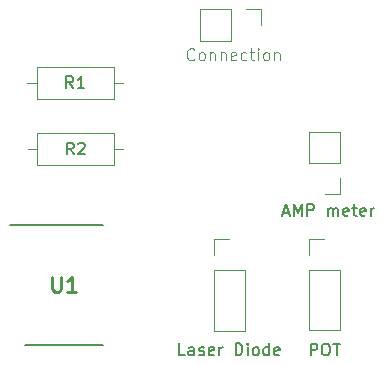
<source format=gbr>
%TF.GenerationSoftware,KiCad,Pcbnew,8.0.8*%
%TF.CreationDate,2025-02-27T22:52:23-05:00*%
%TF.ProjectId,CurrentDriverBoard,43757272-656e-4744-9472-69766572426f,rev?*%
%TF.SameCoordinates,Original*%
%TF.FileFunction,Legend,Top*%
%TF.FilePolarity,Positive*%
%FSLAX46Y46*%
G04 Gerber Fmt 4.6, Leading zero omitted, Abs format (unit mm)*
G04 Created by KiCad (PCBNEW 8.0.8) date 2025-02-27 22:52:23*
%MOMM*%
%LPD*%
G01*
G04 APERTURE LIST*
%ADD10C,0.100000*%
%ADD11C,0.150000*%
%ADD12C,0.254000*%
%ADD13C,0.120000*%
%ADD14C,0.200000*%
G04 APERTURE END LIST*
D10*
X153021312Y-68382580D02*
X152973693Y-68430200D01*
X152973693Y-68430200D02*
X152830836Y-68477819D01*
X152830836Y-68477819D02*
X152735598Y-68477819D01*
X152735598Y-68477819D02*
X152592741Y-68430200D01*
X152592741Y-68430200D02*
X152497503Y-68334961D01*
X152497503Y-68334961D02*
X152449884Y-68239723D01*
X152449884Y-68239723D02*
X152402265Y-68049247D01*
X152402265Y-68049247D02*
X152402265Y-67906390D01*
X152402265Y-67906390D02*
X152449884Y-67715914D01*
X152449884Y-67715914D02*
X152497503Y-67620676D01*
X152497503Y-67620676D02*
X152592741Y-67525438D01*
X152592741Y-67525438D02*
X152735598Y-67477819D01*
X152735598Y-67477819D02*
X152830836Y-67477819D01*
X152830836Y-67477819D02*
X152973693Y-67525438D01*
X152973693Y-67525438D02*
X153021312Y-67573057D01*
X153592741Y-68477819D02*
X153497503Y-68430200D01*
X153497503Y-68430200D02*
X153449884Y-68382580D01*
X153449884Y-68382580D02*
X153402265Y-68287342D01*
X153402265Y-68287342D02*
X153402265Y-68001628D01*
X153402265Y-68001628D02*
X153449884Y-67906390D01*
X153449884Y-67906390D02*
X153497503Y-67858771D01*
X153497503Y-67858771D02*
X153592741Y-67811152D01*
X153592741Y-67811152D02*
X153735598Y-67811152D01*
X153735598Y-67811152D02*
X153830836Y-67858771D01*
X153830836Y-67858771D02*
X153878455Y-67906390D01*
X153878455Y-67906390D02*
X153926074Y-68001628D01*
X153926074Y-68001628D02*
X153926074Y-68287342D01*
X153926074Y-68287342D02*
X153878455Y-68382580D01*
X153878455Y-68382580D02*
X153830836Y-68430200D01*
X153830836Y-68430200D02*
X153735598Y-68477819D01*
X153735598Y-68477819D02*
X153592741Y-68477819D01*
X154354646Y-67811152D02*
X154354646Y-68477819D01*
X154354646Y-67906390D02*
X154402265Y-67858771D01*
X154402265Y-67858771D02*
X154497503Y-67811152D01*
X154497503Y-67811152D02*
X154640360Y-67811152D01*
X154640360Y-67811152D02*
X154735598Y-67858771D01*
X154735598Y-67858771D02*
X154783217Y-67954009D01*
X154783217Y-67954009D02*
X154783217Y-68477819D01*
X155259408Y-67811152D02*
X155259408Y-68477819D01*
X155259408Y-67906390D02*
X155307027Y-67858771D01*
X155307027Y-67858771D02*
X155402265Y-67811152D01*
X155402265Y-67811152D02*
X155545122Y-67811152D01*
X155545122Y-67811152D02*
X155640360Y-67858771D01*
X155640360Y-67858771D02*
X155687979Y-67954009D01*
X155687979Y-67954009D02*
X155687979Y-68477819D01*
X156545122Y-68430200D02*
X156449884Y-68477819D01*
X156449884Y-68477819D02*
X156259408Y-68477819D01*
X156259408Y-68477819D02*
X156164170Y-68430200D01*
X156164170Y-68430200D02*
X156116551Y-68334961D01*
X156116551Y-68334961D02*
X156116551Y-67954009D01*
X156116551Y-67954009D02*
X156164170Y-67858771D01*
X156164170Y-67858771D02*
X156259408Y-67811152D01*
X156259408Y-67811152D02*
X156449884Y-67811152D01*
X156449884Y-67811152D02*
X156545122Y-67858771D01*
X156545122Y-67858771D02*
X156592741Y-67954009D01*
X156592741Y-67954009D02*
X156592741Y-68049247D01*
X156592741Y-68049247D02*
X156116551Y-68144485D01*
X157449884Y-68430200D02*
X157354646Y-68477819D01*
X157354646Y-68477819D02*
X157164170Y-68477819D01*
X157164170Y-68477819D02*
X157068932Y-68430200D01*
X157068932Y-68430200D02*
X157021313Y-68382580D01*
X157021313Y-68382580D02*
X156973694Y-68287342D01*
X156973694Y-68287342D02*
X156973694Y-68001628D01*
X156973694Y-68001628D02*
X157021313Y-67906390D01*
X157021313Y-67906390D02*
X157068932Y-67858771D01*
X157068932Y-67858771D02*
X157164170Y-67811152D01*
X157164170Y-67811152D02*
X157354646Y-67811152D01*
X157354646Y-67811152D02*
X157449884Y-67858771D01*
X157735599Y-67811152D02*
X158116551Y-67811152D01*
X157878456Y-67477819D02*
X157878456Y-68334961D01*
X157878456Y-68334961D02*
X157926075Y-68430200D01*
X157926075Y-68430200D02*
X158021313Y-68477819D01*
X158021313Y-68477819D02*
X158116551Y-68477819D01*
X158449885Y-68477819D02*
X158449885Y-67811152D01*
X158449885Y-67477819D02*
X158402266Y-67525438D01*
X158402266Y-67525438D02*
X158449885Y-67573057D01*
X158449885Y-67573057D02*
X158497504Y-67525438D01*
X158497504Y-67525438D02*
X158449885Y-67477819D01*
X158449885Y-67477819D02*
X158449885Y-67573057D01*
X159068932Y-68477819D02*
X158973694Y-68430200D01*
X158973694Y-68430200D02*
X158926075Y-68382580D01*
X158926075Y-68382580D02*
X158878456Y-68287342D01*
X158878456Y-68287342D02*
X158878456Y-68001628D01*
X158878456Y-68001628D02*
X158926075Y-67906390D01*
X158926075Y-67906390D02*
X158973694Y-67858771D01*
X158973694Y-67858771D02*
X159068932Y-67811152D01*
X159068932Y-67811152D02*
X159211789Y-67811152D01*
X159211789Y-67811152D02*
X159307027Y-67858771D01*
X159307027Y-67858771D02*
X159354646Y-67906390D01*
X159354646Y-67906390D02*
X159402265Y-68001628D01*
X159402265Y-68001628D02*
X159402265Y-68287342D01*
X159402265Y-68287342D02*
X159354646Y-68382580D01*
X159354646Y-68382580D02*
X159307027Y-68430200D01*
X159307027Y-68430200D02*
X159211789Y-68477819D01*
X159211789Y-68477819D02*
X159068932Y-68477819D01*
X159830837Y-67811152D02*
X159830837Y-68477819D01*
X159830837Y-67906390D02*
X159878456Y-67858771D01*
X159878456Y-67858771D02*
X159973694Y-67811152D01*
X159973694Y-67811152D02*
X160116551Y-67811152D01*
X160116551Y-67811152D02*
X160211789Y-67858771D01*
X160211789Y-67858771D02*
X160259408Y-67954009D01*
X160259408Y-67954009D02*
X160259408Y-68477819D01*
D11*
X152261904Y-93454819D02*
X151785714Y-93454819D01*
X151785714Y-93454819D02*
X151785714Y-92454819D01*
X153023809Y-93454819D02*
X153023809Y-92931009D01*
X153023809Y-92931009D02*
X152976190Y-92835771D01*
X152976190Y-92835771D02*
X152880952Y-92788152D01*
X152880952Y-92788152D02*
X152690476Y-92788152D01*
X152690476Y-92788152D02*
X152595238Y-92835771D01*
X153023809Y-93407200D02*
X152928571Y-93454819D01*
X152928571Y-93454819D02*
X152690476Y-93454819D01*
X152690476Y-93454819D02*
X152595238Y-93407200D01*
X152595238Y-93407200D02*
X152547619Y-93311961D01*
X152547619Y-93311961D02*
X152547619Y-93216723D01*
X152547619Y-93216723D02*
X152595238Y-93121485D01*
X152595238Y-93121485D02*
X152690476Y-93073866D01*
X152690476Y-93073866D02*
X152928571Y-93073866D01*
X152928571Y-93073866D02*
X153023809Y-93026247D01*
X153452381Y-93407200D02*
X153547619Y-93454819D01*
X153547619Y-93454819D02*
X153738095Y-93454819D01*
X153738095Y-93454819D02*
X153833333Y-93407200D01*
X153833333Y-93407200D02*
X153880952Y-93311961D01*
X153880952Y-93311961D02*
X153880952Y-93264342D01*
X153880952Y-93264342D02*
X153833333Y-93169104D01*
X153833333Y-93169104D02*
X153738095Y-93121485D01*
X153738095Y-93121485D02*
X153595238Y-93121485D01*
X153595238Y-93121485D02*
X153500000Y-93073866D01*
X153500000Y-93073866D02*
X153452381Y-92978628D01*
X153452381Y-92978628D02*
X153452381Y-92931009D01*
X153452381Y-92931009D02*
X153500000Y-92835771D01*
X153500000Y-92835771D02*
X153595238Y-92788152D01*
X153595238Y-92788152D02*
X153738095Y-92788152D01*
X153738095Y-92788152D02*
X153833333Y-92835771D01*
X154690476Y-93407200D02*
X154595238Y-93454819D01*
X154595238Y-93454819D02*
X154404762Y-93454819D01*
X154404762Y-93454819D02*
X154309524Y-93407200D01*
X154309524Y-93407200D02*
X154261905Y-93311961D01*
X154261905Y-93311961D02*
X154261905Y-92931009D01*
X154261905Y-92931009D02*
X154309524Y-92835771D01*
X154309524Y-92835771D02*
X154404762Y-92788152D01*
X154404762Y-92788152D02*
X154595238Y-92788152D01*
X154595238Y-92788152D02*
X154690476Y-92835771D01*
X154690476Y-92835771D02*
X154738095Y-92931009D01*
X154738095Y-92931009D02*
X154738095Y-93026247D01*
X154738095Y-93026247D02*
X154261905Y-93121485D01*
X155166667Y-93454819D02*
X155166667Y-92788152D01*
X155166667Y-92978628D02*
X155214286Y-92883390D01*
X155214286Y-92883390D02*
X155261905Y-92835771D01*
X155261905Y-92835771D02*
X155357143Y-92788152D01*
X155357143Y-92788152D02*
X155452381Y-92788152D01*
X156547620Y-93454819D02*
X156547620Y-92454819D01*
X156547620Y-92454819D02*
X156785715Y-92454819D01*
X156785715Y-92454819D02*
X156928572Y-92502438D01*
X156928572Y-92502438D02*
X157023810Y-92597676D01*
X157023810Y-92597676D02*
X157071429Y-92692914D01*
X157071429Y-92692914D02*
X157119048Y-92883390D01*
X157119048Y-92883390D02*
X157119048Y-93026247D01*
X157119048Y-93026247D02*
X157071429Y-93216723D01*
X157071429Y-93216723D02*
X157023810Y-93311961D01*
X157023810Y-93311961D02*
X156928572Y-93407200D01*
X156928572Y-93407200D02*
X156785715Y-93454819D01*
X156785715Y-93454819D02*
X156547620Y-93454819D01*
X157547620Y-93454819D02*
X157547620Y-92788152D01*
X157547620Y-92454819D02*
X157500001Y-92502438D01*
X157500001Y-92502438D02*
X157547620Y-92550057D01*
X157547620Y-92550057D02*
X157595239Y-92502438D01*
X157595239Y-92502438D02*
X157547620Y-92454819D01*
X157547620Y-92454819D02*
X157547620Y-92550057D01*
X158166667Y-93454819D02*
X158071429Y-93407200D01*
X158071429Y-93407200D02*
X158023810Y-93359580D01*
X158023810Y-93359580D02*
X157976191Y-93264342D01*
X157976191Y-93264342D02*
X157976191Y-92978628D01*
X157976191Y-92978628D02*
X158023810Y-92883390D01*
X158023810Y-92883390D02*
X158071429Y-92835771D01*
X158071429Y-92835771D02*
X158166667Y-92788152D01*
X158166667Y-92788152D02*
X158309524Y-92788152D01*
X158309524Y-92788152D02*
X158404762Y-92835771D01*
X158404762Y-92835771D02*
X158452381Y-92883390D01*
X158452381Y-92883390D02*
X158500000Y-92978628D01*
X158500000Y-92978628D02*
X158500000Y-93264342D01*
X158500000Y-93264342D02*
X158452381Y-93359580D01*
X158452381Y-93359580D02*
X158404762Y-93407200D01*
X158404762Y-93407200D02*
X158309524Y-93454819D01*
X158309524Y-93454819D02*
X158166667Y-93454819D01*
X159357143Y-93454819D02*
X159357143Y-92454819D01*
X159357143Y-93407200D02*
X159261905Y-93454819D01*
X159261905Y-93454819D02*
X159071429Y-93454819D01*
X159071429Y-93454819D02*
X158976191Y-93407200D01*
X158976191Y-93407200D02*
X158928572Y-93359580D01*
X158928572Y-93359580D02*
X158880953Y-93264342D01*
X158880953Y-93264342D02*
X158880953Y-92978628D01*
X158880953Y-92978628D02*
X158928572Y-92883390D01*
X158928572Y-92883390D02*
X158976191Y-92835771D01*
X158976191Y-92835771D02*
X159071429Y-92788152D01*
X159071429Y-92788152D02*
X159261905Y-92788152D01*
X159261905Y-92788152D02*
X159357143Y-92835771D01*
X160214286Y-93407200D02*
X160119048Y-93454819D01*
X160119048Y-93454819D02*
X159928572Y-93454819D01*
X159928572Y-93454819D02*
X159833334Y-93407200D01*
X159833334Y-93407200D02*
X159785715Y-93311961D01*
X159785715Y-93311961D02*
X159785715Y-92931009D01*
X159785715Y-92931009D02*
X159833334Y-92835771D01*
X159833334Y-92835771D02*
X159928572Y-92788152D01*
X159928572Y-92788152D02*
X160119048Y-92788152D01*
X160119048Y-92788152D02*
X160214286Y-92835771D01*
X160214286Y-92835771D02*
X160261905Y-92931009D01*
X160261905Y-92931009D02*
X160261905Y-93026247D01*
X160261905Y-93026247D02*
X159785715Y-93121485D01*
X142784533Y-70838219D02*
X142451200Y-70362028D01*
X142213105Y-70838219D02*
X142213105Y-69838219D01*
X142213105Y-69838219D02*
X142594057Y-69838219D01*
X142594057Y-69838219D02*
X142689295Y-69885838D01*
X142689295Y-69885838D02*
X142736914Y-69933457D01*
X142736914Y-69933457D02*
X142784533Y-70028695D01*
X142784533Y-70028695D02*
X142784533Y-70171552D01*
X142784533Y-70171552D02*
X142736914Y-70266790D01*
X142736914Y-70266790D02*
X142689295Y-70314409D01*
X142689295Y-70314409D02*
X142594057Y-70362028D01*
X142594057Y-70362028D02*
X142213105Y-70362028D01*
X143736914Y-70838219D02*
X143165486Y-70838219D01*
X143451200Y-70838219D02*
X143451200Y-69838219D01*
X143451200Y-69838219D02*
X143355962Y-69981076D01*
X143355962Y-69981076D02*
X143260724Y-70076314D01*
X143260724Y-70076314D02*
X143165486Y-70123933D01*
X142833333Y-76454819D02*
X142500000Y-75978628D01*
X142261905Y-76454819D02*
X142261905Y-75454819D01*
X142261905Y-75454819D02*
X142642857Y-75454819D01*
X142642857Y-75454819D02*
X142738095Y-75502438D01*
X142738095Y-75502438D02*
X142785714Y-75550057D01*
X142785714Y-75550057D02*
X142833333Y-75645295D01*
X142833333Y-75645295D02*
X142833333Y-75788152D01*
X142833333Y-75788152D02*
X142785714Y-75883390D01*
X142785714Y-75883390D02*
X142738095Y-75931009D01*
X142738095Y-75931009D02*
X142642857Y-75978628D01*
X142642857Y-75978628D02*
X142261905Y-75978628D01*
X143214286Y-75550057D02*
X143261905Y-75502438D01*
X143261905Y-75502438D02*
X143357143Y-75454819D01*
X143357143Y-75454819D02*
X143595238Y-75454819D01*
X143595238Y-75454819D02*
X143690476Y-75502438D01*
X143690476Y-75502438D02*
X143738095Y-75550057D01*
X143738095Y-75550057D02*
X143785714Y-75645295D01*
X143785714Y-75645295D02*
X143785714Y-75740533D01*
X143785714Y-75740533D02*
X143738095Y-75883390D01*
X143738095Y-75883390D02*
X143166667Y-76454819D01*
X143166667Y-76454819D02*
X143785714Y-76454819D01*
X160553876Y-81372904D02*
X161030066Y-81372904D01*
X160458638Y-81658619D02*
X160791971Y-80658619D01*
X160791971Y-80658619D02*
X161125304Y-81658619D01*
X161458638Y-81658619D02*
X161458638Y-80658619D01*
X161458638Y-80658619D02*
X161791971Y-81372904D01*
X161791971Y-81372904D02*
X162125304Y-80658619D01*
X162125304Y-80658619D02*
X162125304Y-81658619D01*
X162601495Y-81658619D02*
X162601495Y-80658619D01*
X162601495Y-80658619D02*
X162982447Y-80658619D01*
X162982447Y-80658619D02*
X163077685Y-80706238D01*
X163077685Y-80706238D02*
X163125304Y-80753857D01*
X163125304Y-80753857D02*
X163172923Y-80849095D01*
X163172923Y-80849095D02*
X163172923Y-80991952D01*
X163172923Y-80991952D02*
X163125304Y-81087190D01*
X163125304Y-81087190D02*
X163077685Y-81134809D01*
X163077685Y-81134809D02*
X162982447Y-81182428D01*
X162982447Y-81182428D02*
X162601495Y-81182428D01*
X164363400Y-81658619D02*
X164363400Y-80991952D01*
X164363400Y-81087190D02*
X164411019Y-81039571D01*
X164411019Y-81039571D02*
X164506257Y-80991952D01*
X164506257Y-80991952D02*
X164649114Y-80991952D01*
X164649114Y-80991952D02*
X164744352Y-81039571D01*
X164744352Y-81039571D02*
X164791971Y-81134809D01*
X164791971Y-81134809D02*
X164791971Y-81658619D01*
X164791971Y-81134809D02*
X164839590Y-81039571D01*
X164839590Y-81039571D02*
X164934828Y-80991952D01*
X164934828Y-80991952D02*
X165077685Y-80991952D01*
X165077685Y-80991952D02*
X165172924Y-81039571D01*
X165172924Y-81039571D02*
X165220543Y-81134809D01*
X165220543Y-81134809D02*
X165220543Y-81658619D01*
X166077685Y-81611000D02*
X165982447Y-81658619D01*
X165982447Y-81658619D02*
X165791971Y-81658619D01*
X165791971Y-81658619D02*
X165696733Y-81611000D01*
X165696733Y-81611000D02*
X165649114Y-81515761D01*
X165649114Y-81515761D02*
X165649114Y-81134809D01*
X165649114Y-81134809D02*
X165696733Y-81039571D01*
X165696733Y-81039571D02*
X165791971Y-80991952D01*
X165791971Y-80991952D02*
X165982447Y-80991952D01*
X165982447Y-80991952D02*
X166077685Y-81039571D01*
X166077685Y-81039571D02*
X166125304Y-81134809D01*
X166125304Y-81134809D02*
X166125304Y-81230047D01*
X166125304Y-81230047D02*
X165649114Y-81325285D01*
X166411019Y-80991952D02*
X166791971Y-80991952D01*
X166553876Y-80658619D02*
X166553876Y-81515761D01*
X166553876Y-81515761D02*
X166601495Y-81611000D01*
X166601495Y-81611000D02*
X166696733Y-81658619D01*
X166696733Y-81658619D02*
X166791971Y-81658619D01*
X167506257Y-81611000D02*
X167411019Y-81658619D01*
X167411019Y-81658619D02*
X167220543Y-81658619D01*
X167220543Y-81658619D02*
X167125305Y-81611000D01*
X167125305Y-81611000D02*
X167077686Y-81515761D01*
X167077686Y-81515761D02*
X167077686Y-81134809D01*
X167077686Y-81134809D02*
X167125305Y-81039571D01*
X167125305Y-81039571D02*
X167220543Y-80991952D01*
X167220543Y-80991952D02*
X167411019Y-80991952D01*
X167411019Y-80991952D02*
X167506257Y-81039571D01*
X167506257Y-81039571D02*
X167553876Y-81134809D01*
X167553876Y-81134809D02*
X167553876Y-81230047D01*
X167553876Y-81230047D02*
X167077686Y-81325285D01*
X167982448Y-81658619D02*
X167982448Y-80991952D01*
X167982448Y-81182428D02*
X168030067Y-81087190D01*
X168030067Y-81087190D02*
X168077686Y-81039571D01*
X168077686Y-81039571D02*
X168172924Y-80991952D01*
X168172924Y-80991952D02*
X168268162Y-80991952D01*
X162891933Y-93472419D02*
X162891933Y-92472419D01*
X162891933Y-92472419D02*
X163272885Y-92472419D01*
X163272885Y-92472419D02*
X163368123Y-92520038D01*
X163368123Y-92520038D02*
X163415742Y-92567657D01*
X163415742Y-92567657D02*
X163463361Y-92662895D01*
X163463361Y-92662895D02*
X163463361Y-92805752D01*
X163463361Y-92805752D02*
X163415742Y-92900990D01*
X163415742Y-92900990D02*
X163368123Y-92948609D01*
X163368123Y-92948609D02*
X163272885Y-92996228D01*
X163272885Y-92996228D02*
X162891933Y-92996228D01*
X164082409Y-92472419D02*
X164272885Y-92472419D01*
X164272885Y-92472419D02*
X164368123Y-92520038D01*
X164368123Y-92520038D02*
X164463361Y-92615276D01*
X164463361Y-92615276D02*
X164510980Y-92805752D01*
X164510980Y-92805752D02*
X164510980Y-93139085D01*
X164510980Y-93139085D02*
X164463361Y-93329561D01*
X164463361Y-93329561D02*
X164368123Y-93424800D01*
X164368123Y-93424800D02*
X164272885Y-93472419D01*
X164272885Y-93472419D02*
X164082409Y-93472419D01*
X164082409Y-93472419D02*
X163987171Y-93424800D01*
X163987171Y-93424800D02*
X163891933Y-93329561D01*
X163891933Y-93329561D02*
X163844314Y-93139085D01*
X163844314Y-93139085D02*
X163844314Y-92805752D01*
X163844314Y-92805752D02*
X163891933Y-92615276D01*
X163891933Y-92615276D02*
X163987171Y-92520038D01*
X163987171Y-92520038D02*
X164082409Y-92472419D01*
X164796695Y-92472419D02*
X165368123Y-92472419D01*
X165082409Y-93472419D02*
X165082409Y-92472419D01*
D12*
X141032380Y-86804318D02*
X141032380Y-87832413D01*
X141032380Y-87832413D02*
X141092857Y-87953365D01*
X141092857Y-87953365D02*
X141153333Y-88013842D01*
X141153333Y-88013842D02*
X141274285Y-88074318D01*
X141274285Y-88074318D02*
X141516190Y-88074318D01*
X141516190Y-88074318D02*
X141637142Y-88013842D01*
X141637142Y-88013842D02*
X141697619Y-87953365D01*
X141697619Y-87953365D02*
X141758095Y-87832413D01*
X141758095Y-87832413D02*
X141758095Y-86804318D01*
X143028095Y-88074318D02*
X142302380Y-88074318D01*
X142665237Y-88074318D02*
X142665237Y-86804318D01*
X142665237Y-86804318D02*
X142544285Y-86985746D01*
X142544285Y-86985746D02*
X142423333Y-87106699D01*
X142423333Y-87106699D02*
X142302380Y-87167175D01*
D13*
%TO.C,J1*%
X154670000Y-83630000D02*
X156000000Y-83630000D01*
X154670000Y-84960000D02*
X154670000Y-83630000D01*
X154670000Y-86230000D02*
X154670000Y-91370000D01*
X154670000Y-86230000D02*
X157330000Y-86230000D01*
X154670000Y-91370000D02*
X157330000Y-91370000D01*
X157330000Y-86230000D02*
X157330000Y-91370000D01*
%TO.C,R1*%
X138911200Y-70383400D02*
X139681200Y-70383400D01*
X139681200Y-69013400D02*
X139681200Y-71753400D01*
X139681200Y-71753400D02*
X146221200Y-71753400D01*
X146221200Y-69013400D02*
X139681200Y-69013400D01*
X146221200Y-71753400D02*
X146221200Y-69013400D01*
X146991200Y-70383400D02*
X146221200Y-70383400D01*
%TO.C,R2*%
X138960000Y-76000000D02*
X139730000Y-76000000D01*
X139730000Y-74630000D02*
X139730000Y-77370000D01*
X139730000Y-77370000D02*
X146270000Y-77370000D01*
X146270000Y-74630000D02*
X139730000Y-74630000D01*
X146270000Y-77370000D02*
X146270000Y-74630000D01*
X147040000Y-76000000D02*
X146270000Y-76000000D01*
%TO.C,J4*%
X162754000Y-77195600D02*
X162754000Y-74595600D01*
X165414000Y-74595600D02*
X162754000Y-74595600D01*
X165414000Y-77195600D02*
X162754000Y-77195600D01*
X165414000Y-77195600D02*
X165414000Y-74595600D01*
X165414000Y-78465600D02*
X165414000Y-79795600D01*
X165414000Y-79795600D02*
X164084000Y-79795600D01*
%TO.C,J2*%
X162728600Y-83607600D02*
X164058600Y-83607600D01*
X162728600Y-84937600D02*
X162728600Y-83607600D01*
X162728600Y-86207600D02*
X162728600Y-91347600D01*
X162728600Y-86207600D02*
X165388600Y-86207600D01*
X162728600Y-91347600D02*
X165388600Y-91347600D01*
X165388600Y-86207600D02*
X165388600Y-91347600D01*
%TO.C,J3*%
X153513400Y-64176600D02*
X153513400Y-66836600D01*
X156113400Y-64176600D02*
X153513400Y-64176600D01*
X156113400Y-64176600D02*
X156113400Y-66836600D01*
X156113400Y-66836600D02*
X153513400Y-66836600D01*
X157383400Y-64176600D02*
X158713400Y-64176600D01*
X158713400Y-64176600D02*
X158713400Y-65506600D01*
D14*
%TO.C,U1*%
X137465000Y-82420000D02*
X145300000Y-82420000D01*
X138700000Y-92580000D02*
X145300000Y-92580000D01*
%TD*%
M02*

</source>
